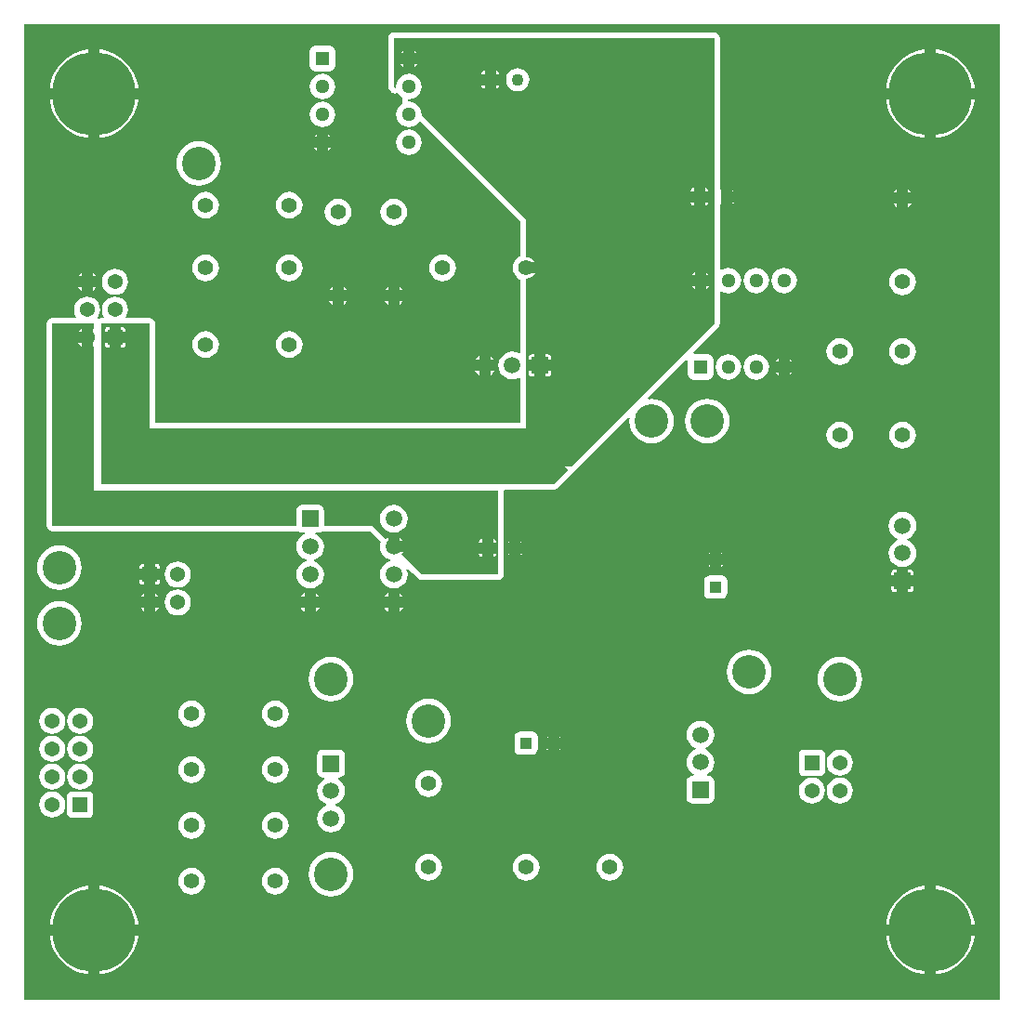
<source format=gbr>
G04 Layer_Physical_Order=2*
G04 Layer_Color=16711680*
%FSLAX23Y23*%
%MOIN*%
%TF.FileFunction,Copper,L2,Bot,Signal*%
%TF.Part,Single*%
G01*
G75*
%TA.AperFunction,ViaPad*%
%ADD13C,0.300*%
%ADD14C,0.120*%
%TA.AperFunction,ComponentPad*%
%ADD15R,0.043X0.043*%
%ADD16C,0.043*%
%ADD17R,0.043X0.043*%
%ADD18C,0.055*%
%ADD19C,0.059*%
%ADD20R,0.059X0.059*%
%ADD21C,0.054*%
%ADD22R,0.054X0.054*%
%ADD23R,0.059X0.059*%
%ADD24C,0.051*%
%ADD25R,0.051X0.051*%
%ADD26C,0.059*%
%ADD27R,0.059X0.059*%
%ADD28R,0.051X0.051*%
G36*
X4500Y1000D02*
X1000D01*
Y4500D01*
X4500D01*
Y1000D01*
D02*
G37*
%LPC*%
G36*
X2305Y2459D02*
X2297Y2453D01*
X2291Y2445D01*
X2305D01*
Y2459D01*
D02*
G37*
G36*
X2345D02*
Y2445D01*
X2359D01*
X2353Y2453D01*
X2345Y2459D01*
D02*
G37*
G36*
X2045D02*
Y2445D01*
X2059D01*
X2053Y2453D01*
X2045Y2459D01*
D02*
G37*
G36*
X1430Y2456D02*
X1424Y2451D01*
X1419Y2445D01*
X1430D01*
Y2456D01*
D02*
G37*
G36*
X2005Y2459D02*
X1997Y2453D01*
X1991Y2445D01*
X2005D01*
Y2459D01*
D02*
G37*
G36*
X1125Y2630D02*
X1109Y2629D01*
X1094Y2624D01*
X1081Y2617D01*
X1068Y2607D01*
X1058Y2594D01*
X1051Y2581D01*
X1046Y2566D01*
X1045Y2550D01*
X1046Y2534D01*
X1051Y2519D01*
X1058Y2506D01*
X1068Y2493D01*
X1081Y2483D01*
X1094Y2476D01*
X1109Y2471D01*
X1125Y2470D01*
X1141Y2471D01*
X1156Y2476D01*
X1169Y2483D01*
X1182Y2493D01*
X1192Y2506D01*
X1199Y2519D01*
X1204Y2534D01*
X1205Y2550D01*
X1204Y2566D01*
X1199Y2581D01*
X1192Y2594D01*
X1182Y2607D01*
X1169Y2617D01*
X1156Y2624D01*
X1141Y2629D01*
X1125Y2630D01*
D02*
G37*
G36*
X1550Y2572D02*
X1538Y2570D01*
X1526Y2566D01*
X1517Y2558D01*
X1509Y2549D01*
X1505Y2537D01*
X1503Y2525D01*
X1505Y2513D01*
X1509Y2501D01*
X1517Y2492D01*
X1526Y2484D01*
X1538Y2480D01*
X1550Y2478D01*
X1562Y2480D01*
X1574Y2484D01*
X1583Y2492D01*
X1591Y2501D01*
X1595Y2513D01*
X1597Y2525D01*
X1595Y2537D01*
X1591Y2549D01*
X1583Y2558D01*
X1574Y2566D01*
X1562Y2570D01*
X1550Y2572D01*
D02*
G37*
G36*
X4190Y2483D02*
X4170D01*
Y2463D01*
X4180D01*
X4184Y2464D01*
X4187Y2466D01*
X4189Y2470D01*
X4190Y2473D01*
Y2483D01*
D02*
G37*
G36*
X1470Y2456D02*
Y2445D01*
X1481D01*
X1476Y2451D01*
X1470Y2456D01*
D02*
G37*
G36*
X4130Y2483D02*
X4110D01*
Y2473D01*
X4111Y2470D01*
X4113Y2466D01*
X4116Y2464D01*
X4120Y2463D01*
X4130D01*
Y2483D01*
D02*
G37*
G36*
X3502Y2522D02*
X3458D01*
X3451Y2520D01*
X3444Y2516D01*
X3440Y2509D01*
X3438Y2502D01*
Y2458D01*
X3440Y2451D01*
X3444Y2444D01*
X3451Y2440D01*
X3458Y2438D01*
X3502D01*
X3509Y2440D01*
X3516Y2444D01*
X3520Y2451D01*
X3522Y2458D01*
Y2502D01*
X3520Y2509D01*
X3516Y2516D01*
X3509Y2520D01*
X3502Y2522D01*
D02*
G37*
G36*
X1550Y2472D02*
X1538Y2470D01*
X1526Y2466D01*
X1517Y2458D01*
X1509Y2449D01*
X1505Y2437D01*
X1503Y2425D01*
X1505Y2413D01*
X1509Y2401D01*
X1517Y2392D01*
X1526Y2384D01*
X1538Y2380D01*
X1550Y2378D01*
X1562Y2380D01*
X1574Y2384D01*
X1583Y2392D01*
X1591Y2401D01*
X1595Y2413D01*
X1597Y2425D01*
X1595Y2437D01*
X1591Y2449D01*
X1583Y2458D01*
X1574Y2466D01*
X1562Y2470D01*
X1550Y2472D01*
D02*
G37*
G36*
X2005Y2405D02*
X1991D01*
X1997Y2397D01*
X2005Y2391D01*
Y2405D01*
D02*
G37*
G36*
X1125Y2430D02*
X1109Y2429D01*
X1094Y2424D01*
X1081Y2417D01*
X1068Y2407D01*
X1058Y2394D01*
X1051Y2381D01*
X1046Y2366D01*
X1045Y2350D01*
X1046Y2334D01*
X1051Y2319D01*
X1058Y2306D01*
X1068Y2293D01*
X1081Y2283D01*
X1094Y2276D01*
X1109Y2271D01*
X1125Y2270D01*
X1141Y2271D01*
X1156Y2276D01*
X1169Y2283D01*
X1182Y2293D01*
X1192Y2306D01*
X1199Y2319D01*
X1204Y2334D01*
X1205Y2350D01*
X1204Y2366D01*
X1199Y2381D01*
X1192Y2394D01*
X1182Y2407D01*
X1169Y2417D01*
X1156Y2424D01*
X1141Y2429D01*
X1125Y2430D01*
D02*
G37*
G36*
X3925Y2230D02*
X3909Y2229D01*
X3894Y2224D01*
X3881Y2217D01*
X3868Y2207D01*
X3858Y2194D01*
X3851Y2181D01*
X3846Y2166D01*
X3845Y2150D01*
X3846Y2134D01*
X3851Y2119D01*
X3858Y2106D01*
X3868Y2093D01*
X3881Y2083D01*
X3894Y2076D01*
X3909Y2071D01*
X3925Y2070D01*
X3941Y2071D01*
X3956Y2076D01*
X3969Y2083D01*
X3982Y2093D01*
X3992Y2106D01*
X3999Y2119D01*
X4004Y2134D01*
X4005Y2150D01*
X4004Y2166D01*
X3999Y2181D01*
X3992Y2194D01*
X3982Y2207D01*
X3969Y2217D01*
X3956Y2224D01*
X3941Y2229D01*
X3925Y2230D01*
D02*
G37*
G36*
X3600Y2255D02*
X3584Y2254D01*
X3569Y2249D01*
X3556Y2242D01*
X3543Y2232D01*
X3533Y2219D01*
X3526Y2206D01*
X3521Y2191D01*
X3520Y2175D01*
X3521Y2159D01*
X3526Y2144D01*
X3533Y2131D01*
X3543Y2118D01*
X3556Y2108D01*
X3569Y2101D01*
X3584Y2096D01*
X3600Y2095D01*
X3616Y2096D01*
X3631Y2101D01*
X3644Y2108D01*
X3657Y2118D01*
X3667Y2131D01*
X3674Y2144D01*
X3679Y2159D01*
X3680Y2175D01*
X3679Y2191D01*
X3674Y2206D01*
X3667Y2219D01*
X3657Y2232D01*
X3644Y2242D01*
X3631Y2249D01*
X3616Y2254D01*
X3600Y2255D01*
D02*
G37*
G36*
X1430Y2405D02*
X1419D01*
X1424Y2399D01*
X1430Y2394D01*
Y2405D01*
D02*
G37*
G36*
X1481D02*
X1470D01*
Y2394D01*
X1476Y2399D01*
X1481Y2405D01*
D02*
G37*
G36*
X2359D02*
X2345D01*
Y2391D01*
X2353Y2397D01*
X2359Y2405D01*
D02*
G37*
G36*
X2059D02*
X2045D01*
Y2391D01*
X2053Y2397D01*
X2059Y2405D01*
D02*
G37*
G36*
X2305D02*
X2291D01*
X2297Y2397D01*
X2305Y2391D01*
Y2405D01*
D02*
G37*
G36*
X2780Y2645D02*
Y2640D01*
X2785D01*
X2783Y2643D01*
X2780Y2645D01*
D02*
G37*
G36*
X3925Y3073D02*
X3913Y3071D01*
X3901Y3066D01*
X3891Y3059D01*
X3884Y3049D01*
X3879Y3037D01*
X3877Y3025D01*
X3879Y3013D01*
X3884Y3001D01*
X3891Y2991D01*
X3901Y2984D01*
X3913Y2979D01*
X3925Y2977D01*
X3937Y2979D01*
X3949Y2984D01*
X3959Y2991D01*
X3966Y3001D01*
X3971Y3013D01*
X3973Y3025D01*
X3971Y3037D01*
X3966Y3049D01*
X3959Y3059D01*
X3949Y3066D01*
X3937Y3071D01*
X3925Y3073D01*
D02*
G37*
G36*
X2740Y2645D02*
X2737Y2643D01*
X2735Y2640D01*
X2740D01*
Y2645D01*
D02*
G37*
G36*
X3460Y2603D02*
X3457Y2601D01*
X3455Y2598D01*
X3460D01*
Y2603D01*
D02*
G37*
G36*
X3500D02*
Y2598D01*
X3505D01*
X3503Y2601D01*
X3500Y2603D01*
D02*
G37*
G36*
X3625Y3316D02*
X3613Y3314D01*
X3602Y3310D01*
X3593Y3302D01*
X3585Y3293D01*
X3581Y3282D01*
X3579Y3270D01*
X3581Y3258D01*
X3585Y3247D01*
X3593Y3238D01*
X3602Y3230D01*
X3613Y3226D01*
X3625Y3224D01*
X3637Y3226D01*
X3648Y3230D01*
X3657Y3238D01*
X3665Y3247D01*
X3669Y3258D01*
X3671Y3270D01*
X3669Y3282D01*
X3665Y3293D01*
X3657Y3302D01*
X3648Y3310D01*
X3637Y3314D01*
X3625Y3316D01*
D02*
G37*
G36*
X2632Y3255D02*
X2617D01*
X2617Y3255D01*
X2623Y3247D01*
X2632Y3240D01*
X2632Y3240D01*
Y3255D01*
D02*
G37*
G36*
X3525Y3316D02*
X3513Y3314D01*
X3502Y3310D01*
X3493Y3302D01*
X3485Y3293D01*
X3481Y3282D01*
X3479Y3270D01*
X3481Y3258D01*
X3485Y3247D01*
X3493Y3238D01*
X3502Y3230D01*
X3513Y3226D01*
X3525Y3224D01*
X3537Y3226D01*
X3548Y3230D01*
X3557Y3238D01*
X3565Y3247D01*
X3569Y3258D01*
X3571Y3270D01*
X3569Y3282D01*
X3565Y3293D01*
X3557Y3302D01*
X3548Y3310D01*
X3537Y3314D01*
X3525Y3316D01*
D02*
G37*
G36*
X4150Y3073D02*
X4138Y3071D01*
X4126Y3066D01*
X4116Y3059D01*
X4109Y3049D01*
X4104Y3037D01*
X4102Y3025D01*
X4104Y3013D01*
X4109Y3001D01*
X4116Y2991D01*
X4126Y2984D01*
X4138Y2979D01*
X4150Y2977D01*
X4162Y2979D01*
X4174Y2984D01*
X4184Y2991D01*
X4191Y3001D01*
X4196Y3013D01*
X4198Y3025D01*
X4196Y3037D01*
X4191Y3049D01*
X4184Y3059D01*
X4174Y3066D01*
X4162Y3071D01*
X4150Y3073D01*
D02*
G37*
G36*
X3450Y3155D02*
X3434Y3154D01*
X3419Y3149D01*
X3406Y3142D01*
X3393Y3132D01*
X3383Y3119D01*
X3376Y3106D01*
X3371Y3091D01*
X3370Y3075D01*
X3371Y3059D01*
X3376Y3044D01*
X3383Y3031D01*
X3393Y3018D01*
X3406Y3008D01*
X3419Y3001D01*
X3434Y2996D01*
X3450Y2995D01*
X3466Y2996D01*
X3481Y3001D01*
X3494Y3008D01*
X3507Y3018D01*
X3517Y3031D01*
X3524Y3044D01*
X3529Y3059D01*
X3530Y3075D01*
X3529Y3091D01*
X3524Y3106D01*
X3517Y3119D01*
X3507Y3132D01*
X3494Y3142D01*
X3481Y3149D01*
X3466Y3154D01*
X3450Y3155D01*
D02*
G37*
G36*
X2785Y2600D02*
X2780D01*
Y2595D01*
X2783Y2597D01*
X2785Y2600D01*
D02*
G37*
G36*
X4180Y2543D02*
X4170D01*
Y2523D01*
X4190D01*
Y2533D01*
X4189Y2537D01*
X4187Y2540D01*
X4184Y2542D01*
X4180Y2543D01*
D02*
G37*
G36*
X1430Y2562D02*
X1423D01*
X1419Y2561D01*
X1416Y2559D01*
X1414Y2556D01*
X1413Y2552D01*
Y2545D01*
X1430D01*
Y2562D01*
D02*
G37*
G36*
X4130Y2543D02*
X4120D01*
X4116Y2542D01*
X4113Y2540D01*
X4111Y2537D01*
X4110Y2533D01*
Y2523D01*
X4130D01*
Y2543D01*
D02*
G37*
G36*
X1430Y2505D02*
X1413D01*
Y2498D01*
X1414Y2494D01*
X1416Y2491D01*
X1419Y2489D01*
X1423Y2488D01*
X1430D01*
Y2505D01*
D02*
G37*
G36*
X1487D02*
X1470D01*
Y2488D01*
X1477D01*
X1481Y2489D01*
X1484Y2491D01*
X1486Y2494D01*
X1487Y2498D01*
Y2505D01*
D02*
G37*
G36*
X3505Y2558D02*
X3500D01*
Y2554D01*
X3503Y2556D01*
X3505Y2558D01*
D02*
G37*
G36*
X2740Y2600D02*
X2735D01*
X2737Y2597D01*
X2740Y2595D01*
Y2600D01*
D02*
G37*
G36*
X3460Y2558D02*
X3455D01*
X3457Y2556D01*
X3460Y2554D01*
Y2558D01*
D02*
G37*
G36*
X1477Y2562D02*
X1470D01*
Y2545D01*
X1487D01*
Y2552D01*
X1486Y2556D01*
X1484Y2559D01*
X1481Y2561D01*
X1477Y2562D01*
D02*
G37*
G36*
X4150Y2750D02*
X4137Y2748D01*
X4125Y2743D01*
X4115Y2735D01*
X4107Y2725D01*
X4102Y2713D01*
X4100Y2700D01*
X4102Y2687D01*
X4107Y2675D01*
X4115Y2665D01*
X4125Y2657D01*
X4133Y2653D01*
Y2648D01*
X4125Y2645D01*
X4115Y2637D01*
X4107Y2626D01*
X4102Y2614D01*
X4100Y2602D01*
X4102Y2589D01*
X4107Y2577D01*
X4115Y2566D01*
X4125Y2558D01*
X4137Y2553D01*
X4150Y2552D01*
X4163Y2553D01*
X4175Y2558D01*
X4185Y2566D01*
X4193Y2577D01*
X4198Y2589D01*
X4200Y2602D01*
X4198Y2614D01*
X4193Y2626D01*
X4185Y2637D01*
X4175Y2645D01*
X4167Y2648D01*
Y2653D01*
X4175Y2657D01*
X4185Y2665D01*
X4193Y2675D01*
X4198Y2687D01*
X4200Y2700D01*
X4198Y2713D01*
X4193Y2725D01*
X4185Y2735D01*
X4175Y2743D01*
X4163Y2748D01*
X4150Y2750D01*
D02*
G37*
G36*
X1600Y1673D02*
X1588Y1671D01*
X1576Y1666D01*
X1566Y1659D01*
X1559Y1649D01*
X1554Y1637D01*
X1552Y1625D01*
X1554Y1613D01*
X1559Y1601D01*
X1566Y1591D01*
X1576Y1584D01*
X1588Y1579D01*
X1600Y1577D01*
X1612Y1579D01*
X1624Y1584D01*
X1634Y1591D01*
X1641Y1601D01*
X1646Y1613D01*
X1648Y1625D01*
X1646Y1637D01*
X1641Y1649D01*
X1634Y1659D01*
X1624Y1666D01*
X1612Y1671D01*
X1600Y1673D01*
D02*
G37*
G36*
X1900D02*
X1888Y1671D01*
X1876Y1666D01*
X1866Y1659D01*
X1859Y1649D01*
X1854Y1637D01*
X1852Y1625D01*
X1854Y1613D01*
X1859Y1601D01*
X1866Y1591D01*
X1876Y1584D01*
X1888Y1579D01*
X1900Y1577D01*
X1912Y1579D01*
X1924Y1584D01*
X1934Y1591D01*
X1941Y1601D01*
X1946Y1613D01*
X1948Y1625D01*
X1946Y1637D01*
X1941Y1649D01*
X1934Y1659D01*
X1924Y1666D01*
X1912Y1671D01*
X1900Y1673D01*
D02*
G37*
G36*
X3100Y1523D02*
X3088Y1521D01*
X3076Y1516D01*
X3066Y1509D01*
X3059Y1499D01*
X3054Y1487D01*
X3052Y1475D01*
X3054Y1463D01*
X3059Y1451D01*
X3066Y1441D01*
X3076Y1434D01*
X3088Y1429D01*
X3100Y1427D01*
X3112Y1429D01*
X3124Y1434D01*
X3134Y1441D01*
X3141Y1451D01*
X3146Y1463D01*
X3148Y1475D01*
X3146Y1487D01*
X3141Y1499D01*
X3134Y1509D01*
X3124Y1516D01*
X3112Y1521D01*
X3100Y1523D01*
D02*
G37*
G36*
X2450D02*
X2438Y1521D01*
X2426Y1516D01*
X2416Y1509D01*
X2409Y1499D01*
X2404Y1487D01*
X2402Y1475D01*
X2404Y1463D01*
X2409Y1451D01*
X2416Y1441D01*
X2426Y1434D01*
X2438Y1429D01*
X2450Y1427D01*
X2462Y1429D01*
X2474Y1434D01*
X2484Y1441D01*
X2491Y1451D01*
X2496Y1463D01*
X2498Y1475D01*
X2496Y1487D01*
X2491Y1499D01*
X2484Y1509D01*
X2474Y1516D01*
X2462Y1521D01*
X2450Y1523D01*
D02*
G37*
G36*
X2800D02*
X2788Y1521D01*
X2776Y1516D01*
X2766Y1509D01*
X2759Y1499D01*
X2754Y1487D01*
X2752Y1475D01*
X2754Y1463D01*
X2759Y1451D01*
X2766Y1441D01*
X2776Y1434D01*
X2788Y1429D01*
X2800Y1427D01*
X2812Y1429D01*
X2824Y1434D01*
X2834Y1441D01*
X2841Y1451D01*
X2846Y1463D01*
X2848Y1475D01*
X2846Y1487D01*
X2841Y1499D01*
X2834Y1509D01*
X2824Y1516D01*
X2812Y1521D01*
X2800Y1523D01*
D02*
G37*
G36*
X3825Y1797D02*
X3813Y1795D01*
X3801Y1791D01*
X3792Y1783D01*
X3784Y1774D01*
X3780Y1762D01*
X3778Y1750D01*
X3780Y1738D01*
X3784Y1726D01*
X3792Y1717D01*
X3801Y1709D01*
X3813Y1705D01*
X3825Y1703D01*
X3837Y1705D01*
X3849Y1709D01*
X3858Y1717D01*
X3866Y1726D01*
X3870Y1738D01*
X3872Y1750D01*
X3870Y1762D01*
X3866Y1774D01*
X3858Y1783D01*
X3849Y1791D01*
X3837Y1795D01*
X3825Y1797D01*
D02*
G37*
G36*
X3925D02*
X3913Y1795D01*
X3901Y1791D01*
X3892Y1783D01*
X3884Y1774D01*
X3880Y1762D01*
X3878Y1750D01*
X3880Y1738D01*
X3884Y1726D01*
X3892Y1717D01*
X3901Y1709D01*
X3913Y1705D01*
X3925Y1703D01*
X3937Y1705D01*
X3949Y1709D01*
X3958Y1717D01*
X3966Y1726D01*
X3970Y1738D01*
X3972Y1750D01*
X3970Y1762D01*
X3966Y1774D01*
X3958Y1783D01*
X3949Y1791D01*
X3937Y1795D01*
X3925Y1797D01*
D02*
G37*
G36*
X1227Y1747D02*
X1173D01*
X1165Y1746D01*
X1159Y1741D01*
X1154Y1735D01*
X1153Y1727D01*
Y1673D01*
X1154Y1665D01*
X1159Y1659D01*
X1165Y1654D01*
X1173Y1653D01*
X1227D01*
X1235Y1654D01*
X1241Y1659D01*
X1246Y1665D01*
X1247Y1673D01*
Y1727D01*
X1246Y1735D01*
X1241Y1741D01*
X1235Y1746D01*
X1227Y1747D01*
D02*
G37*
G36*
X2130Y1897D02*
X2070D01*
X2063Y1895D01*
X2056Y1891D01*
X2052Y1884D01*
X2050Y1877D01*
Y1817D01*
X2052Y1809D01*
X2056Y1803D01*
X2063Y1799D01*
X2070Y1797D01*
X2075D01*
X2076Y1792D01*
X2075Y1792D01*
X2065Y1784D01*
X2057Y1773D01*
X2052Y1761D01*
X2050Y1748D01*
X2052Y1736D01*
X2057Y1724D01*
X2065Y1713D01*
X2075Y1705D01*
X2083Y1702D01*
Y1697D01*
X2075Y1693D01*
X2065Y1685D01*
X2057Y1675D01*
X2052Y1663D01*
X2050Y1650D01*
X2052Y1637D01*
X2057Y1625D01*
X2065Y1615D01*
X2075Y1607D01*
X2087Y1602D01*
X2100Y1600D01*
X2113Y1602D01*
X2125Y1607D01*
X2135Y1615D01*
X2143Y1625D01*
X2148Y1637D01*
X2150Y1650D01*
X2148Y1663D01*
X2143Y1675D01*
X2135Y1685D01*
X2125Y1693D01*
X2117Y1697D01*
Y1702D01*
X2125Y1705D01*
X2135Y1713D01*
X2143Y1724D01*
X2148Y1736D01*
X2150Y1748D01*
X2148Y1761D01*
X2143Y1773D01*
X2135Y1784D01*
X2125Y1792D01*
X2124Y1792D01*
X2125Y1797D01*
X2130D01*
X2137Y1799D01*
X2144Y1803D01*
X2148Y1809D01*
X2150Y1817D01*
Y1877D01*
X2148Y1884D01*
X2144Y1891D01*
X2137Y1895D01*
X2130Y1897D01*
D02*
G37*
G36*
X1100Y1747D02*
X1088Y1745D01*
X1076Y1741D01*
X1067Y1733D01*
X1059Y1724D01*
X1055Y1712D01*
X1053Y1700D01*
X1055Y1688D01*
X1059Y1676D01*
X1067Y1667D01*
X1076Y1659D01*
X1088Y1655D01*
X1100Y1653D01*
X1112Y1655D01*
X1124Y1659D01*
X1133Y1667D01*
X1141Y1676D01*
X1145Y1688D01*
X1147Y1700D01*
X1145Y1712D01*
X1141Y1724D01*
X1133Y1733D01*
X1124Y1741D01*
X1112Y1745D01*
X1100Y1747D01*
D02*
G37*
G36*
X1900Y1473D02*
X1888Y1471D01*
X1876Y1466D01*
X1866Y1459D01*
X1859Y1449D01*
X1854Y1437D01*
X1852Y1425D01*
X1854Y1413D01*
X1859Y1401D01*
X1866Y1391D01*
X1876Y1384D01*
X1888Y1379D01*
X1900Y1377D01*
X1912Y1379D01*
X1924Y1384D01*
X1934Y1391D01*
X1941Y1401D01*
X1946Y1413D01*
X1948Y1425D01*
X1946Y1437D01*
X1941Y1449D01*
X1934Y1459D01*
X1924Y1466D01*
X1912Y1471D01*
X1900Y1473D01*
D02*
G37*
G36*
X4409Y1230D02*
X4270D01*
Y1091D01*
X4275Y1091D01*
X4300Y1097D01*
X4323Y1107D01*
X4344Y1120D01*
X4363Y1137D01*
X4380Y1156D01*
X4393Y1177D01*
X4403Y1200D01*
X4409Y1225D01*
X4409Y1230D01*
D02*
G37*
G36*
X1230Y1409D02*
X1225Y1409D01*
X1200Y1403D01*
X1177Y1393D01*
X1156Y1380D01*
X1137Y1363D01*
X1120Y1344D01*
X1107Y1323D01*
X1097Y1300D01*
X1091Y1275D01*
X1091Y1270D01*
X1230D01*
Y1409D01*
D02*
G37*
G36*
X4230Y1230D02*
X4091D01*
X4091Y1225D01*
X4097Y1200D01*
X4107Y1177D01*
X4120Y1156D01*
X4137Y1137D01*
X4156Y1120D01*
X4177Y1107D01*
X4200Y1097D01*
X4225Y1091D01*
X4230Y1091D01*
Y1230D01*
D02*
G37*
G36*
X1230D02*
X1091D01*
X1091Y1225D01*
X1097Y1200D01*
X1107Y1177D01*
X1120Y1156D01*
X1137Y1137D01*
X1156Y1120D01*
X1177Y1107D01*
X1200Y1097D01*
X1225Y1091D01*
X1230Y1091D01*
Y1230D01*
D02*
G37*
G36*
X1409D02*
X1270D01*
Y1091D01*
X1275Y1091D01*
X1300Y1097D01*
X1323Y1107D01*
X1344Y1120D01*
X1363Y1137D01*
X1380Y1156D01*
X1393Y1177D01*
X1403Y1200D01*
X1409Y1225D01*
X1409Y1230D01*
D02*
G37*
G36*
X2100Y1530D02*
X2084Y1529D01*
X2069Y1524D01*
X2056Y1517D01*
X2043Y1507D01*
X2033Y1494D01*
X2026Y1481D01*
X2021Y1466D01*
X2020Y1450D01*
X2021Y1434D01*
X2026Y1419D01*
X2033Y1406D01*
X2043Y1393D01*
X2056Y1383D01*
X2069Y1376D01*
X2084Y1371D01*
X2100Y1370D01*
X2116Y1371D01*
X2131Y1376D01*
X2144Y1383D01*
X2157Y1393D01*
X2167Y1406D01*
X2174Y1419D01*
X2179Y1434D01*
X2180Y1450D01*
X2179Y1466D01*
X2174Y1481D01*
X2167Y1494D01*
X2157Y1507D01*
X2144Y1517D01*
X2131Y1524D01*
X2116Y1529D01*
X2100Y1530D01*
D02*
G37*
G36*
X1600Y1473D02*
X1588Y1471D01*
X1576Y1466D01*
X1566Y1459D01*
X1559Y1449D01*
X1554Y1437D01*
X1552Y1425D01*
X1554Y1413D01*
X1559Y1401D01*
X1566Y1391D01*
X1576Y1384D01*
X1588Y1379D01*
X1600Y1377D01*
X1612Y1379D01*
X1624Y1384D01*
X1634Y1391D01*
X1641Y1401D01*
X1646Y1413D01*
X1648Y1425D01*
X1646Y1437D01*
X1641Y1449D01*
X1634Y1459D01*
X1624Y1466D01*
X1612Y1471D01*
X1600Y1473D01*
D02*
G37*
G36*
X4270Y1409D02*
Y1270D01*
X4409D01*
X4409Y1275D01*
X4403Y1300D01*
X4393Y1323D01*
X4380Y1344D01*
X4363Y1363D01*
X4344Y1380D01*
X4323Y1393D01*
X4300Y1403D01*
X4275Y1409D01*
X4270Y1409D01*
D02*
G37*
G36*
X1270D02*
Y1270D01*
X1409D01*
X1409Y1275D01*
X1403Y1300D01*
X1393Y1323D01*
X1380Y1344D01*
X1363Y1363D01*
X1344Y1380D01*
X1323Y1393D01*
X1300Y1403D01*
X1275Y1409D01*
X1270Y1409D01*
D02*
G37*
G36*
X4230D02*
X4225Y1409D01*
X4200Y1403D01*
X4177Y1393D01*
X4156Y1380D01*
X4137Y1363D01*
X4120Y1344D01*
X4107Y1323D01*
X4097Y1300D01*
X4091Y1275D01*
X4091Y1270D01*
X4230D01*
Y1409D01*
D02*
G37*
G36*
X2878Y1945D02*
X2876Y1943D01*
X2874Y1940D01*
X2878D01*
Y1945D01*
D02*
G37*
G36*
X2918D02*
Y1940D01*
X2923D01*
X2921Y1943D01*
X2918Y1945D01*
D02*
G37*
G36*
X2450Y2080D02*
X2434Y2079D01*
X2419Y2074D01*
X2406Y2067D01*
X2393Y2057D01*
X2383Y2044D01*
X2376Y2031D01*
X2371Y2016D01*
X2370Y2000D01*
X2371Y1984D01*
X2376Y1969D01*
X2383Y1956D01*
X2393Y1943D01*
X2406Y1933D01*
X2419Y1926D01*
X2434Y1921D01*
X2450Y1920D01*
X2466Y1921D01*
X2481Y1926D01*
X2494Y1933D01*
X2507Y1943D01*
X2517Y1956D01*
X2524Y1969D01*
X2529Y1984D01*
X2530Y2000D01*
X2529Y2016D01*
X2524Y2031D01*
X2517Y2044D01*
X2507Y2057D01*
X2494Y2067D01*
X2481Y2074D01*
X2466Y2079D01*
X2450Y2080D01*
D02*
G37*
G36*
X2878Y1900D02*
X2874D01*
X2876Y1897D01*
X2878Y1895D01*
Y1900D01*
D02*
G37*
G36*
X2923D02*
X2918D01*
Y1895D01*
X2921Y1897D01*
X2923Y1900D01*
D02*
G37*
G36*
X1900Y2073D02*
X1888Y2071D01*
X1876Y2066D01*
X1866Y2059D01*
X1859Y2049D01*
X1854Y2037D01*
X1852Y2025D01*
X1854Y2013D01*
X1859Y2001D01*
X1866Y1991D01*
X1876Y1984D01*
X1888Y1979D01*
X1900Y1977D01*
X1912Y1979D01*
X1924Y1984D01*
X1934Y1991D01*
X1941Y2001D01*
X1946Y2013D01*
X1948Y2025D01*
X1946Y2037D01*
X1941Y2049D01*
X1934Y2059D01*
X1924Y2066D01*
X1912Y2071D01*
X1900Y2073D01*
D02*
G37*
G36*
X2100Y2230D02*
X2084Y2229D01*
X2069Y2224D01*
X2056Y2217D01*
X2043Y2207D01*
X2033Y2194D01*
X2026Y2181D01*
X2021Y2166D01*
X2020Y2150D01*
X2021Y2134D01*
X2026Y2119D01*
X2033Y2106D01*
X2043Y2093D01*
X2056Y2083D01*
X2069Y2076D01*
X2084Y2071D01*
X2100Y2070D01*
X2116Y2071D01*
X2131Y2076D01*
X2144Y2083D01*
X2157Y2093D01*
X2167Y2106D01*
X2174Y2119D01*
X2179Y2134D01*
X2180Y2150D01*
X2179Y2166D01*
X2174Y2181D01*
X2167Y2194D01*
X2157Y2207D01*
X2144Y2217D01*
X2131Y2224D01*
X2116Y2229D01*
X2100Y2230D01*
D02*
G37*
G36*
X1600Y2073D02*
X1588Y2071D01*
X1576Y2066D01*
X1566Y2059D01*
X1559Y2049D01*
X1554Y2037D01*
X1552Y2025D01*
X1554Y2013D01*
X1559Y2001D01*
X1566Y1991D01*
X1576Y1984D01*
X1588Y1979D01*
X1600Y1977D01*
X1612Y1979D01*
X1624Y1984D01*
X1634Y1991D01*
X1641Y2001D01*
X1646Y2013D01*
X1648Y2025D01*
X1646Y2037D01*
X1641Y2049D01*
X1634Y2059D01*
X1624Y2066D01*
X1612Y2071D01*
X1600Y2073D01*
D02*
G37*
G36*
X1100Y2047D02*
X1088Y2045D01*
X1076Y2041D01*
X1067Y2033D01*
X1059Y2024D01*
X1055Y2012D01*
X1053Y2000D01*
X1055Y1988D01*
X1059Y1976D01*
X1067Y1967D01*
X1076Y1959D01*
X1088Y1955D01*
X1100Y1953D01*
X1112Y1955D01*
X1124Y1959D01*
X1133Y1967D01*
X1141Y1976D01*
X1145Y1988D01*
X1147Y2000D01*
X1145Y2012D01*
X1141Y2024D01*
X1133Y2033D01*
X1124Y2041D01*
X1112Y2045D01*
X1100Y2047D01*
D02*
G37*
G36*
X1200D02*
X1188Y2045D01*
X1176Y2041D01*
X1167Y2033D01*
X1159Y2024D01*
X1155Y2012D01*
X1153Y2000D01*
X1155Y1988D01*
X1159Y1976D01*
X1167Y1967D01*
X1176Y1959D01*
X1188Y1955D01*
X1200Y1953D01*
X1212Y1955D01*
X1224Y1959D01*
X1233Y1967D01*
X1241Y1976D01*
X1245Y1988D01*
X1247Y2000D01*
X1245Y2012D01*
X1241Y2024D01*
X1233Y2033D01*
X1224Y2041D01*
X1212Y2045D01*
X1200Y2047D01*
D02*
G37*
G36*
X2822Y1962D02*
X2778D01*
X2771Y1960D01*
X2764Y1956D01*
X2760Y1949D01*
X2758Y1942D01*
Y1898D01*
X2760Y1891D01*
X2764Y1884D01*
X2771Y1880D01*
X2778Y1878D01*
X2822D01*
X2829Y1880D01*
X2836Y1884D01*
X2840Y1891D01*
X2842Y1898D01*
Y1942D01*
X2840Y1949D01*
X2836Y1956D01*
X2829Y1960D01*
X2822Y1962D01*
D02*
G37*
G36*
X1200Y1847D02*
X1188Y1845D01*
X1176Y1841D01*
X1167Y1833D01*
X1159Y1824D01*
X1155Y1812D01*
X1153Y1800D01*
X1155Y1788D01*
X1159Y1776D01*
X1167Y1767D01*
X1176Y1759D01*
X1188Y1755D01*
X1200Y1753D01*
X1212Y1755D01*
X1224Y1759D01*
X1233Y1767D01*
X1241Y1776D01*
X1245Y1788D01*
X1247Y1800D01*
X1245Y1812D01*
X1241Y1824D01*
X1233Y1833D01*
X1224Y1841D01*
X1212Y1845D01*
X1200Y1847D01*
D02*
G37*
G36*
X1600Y1873D02*
X1588Y1871D01*
X1576Y1866D01*
X1566Y1859D01*
X1559Y1849D01*
X1554Y1837D01*
X1552Y1825D01*
X1554Y1813D01*
X1559Y1801D01*
X1566Y1791D01*
X1576Y1784D01*
X1588Y1779D01*
X1600Y1777D01*
X1612Y1779D01*
X1624Y1784D01*
X1634Y1791D01*
X1641Y1801D01*
X1646Y1813D01*
X1648Y1825D01*
X1646Y1837D01*
X1641Y1849D01*
X1634Y1859D01*
X1624Y1866D01*
X1612Y1871D01*
X1600Y1873D01*
D02*
G37*
G36*
X1100Y1847D02*
X1088Y1845D01*
X1076Y1841D01*
X1067Y1833D01*
X1059Y1824D01*
X1055Y1812D01*
X1053Y1800D01*
X1055Y1788D01*
X1059Y1776D01*
X1067Y1767D01*
X1076Y1759D01*
X1088Y1755D01*
X1100Y1753D01*
X1112Y1755D01*
X1124Y1759D01*
X1133Y1767D01*
X1141Y1776D01*
X1145Y1788D01*
X1147Y1800D01*
X1145Y1812D01*
X1141Y1824D01*
X1133Y1833D01*
X1124Y1841D01*
X1112Y1845D01*
X1100Y1847D01*
D02*
G37*
G36*
X3425Y2000D02*
X3412Y1998D01*
X3400Y1993D01*
X3390Y1985D01*
X3382Y1975D01*
X3377Y1963D01*
X3375Y1950D01*
X3377Y1937D01*
X3382Y1925D01*
X3390Y1915D01*
X3400Y1907D01*
X3408Y1903D01*
Y1898D01*
X3400Y1895D01*
X3390Y1887D01*
X3382Y1876D01*
X3377Y1864D01*
X3375Y1852D01*
X3377Y1839D01*
X3382Y1827D01*
X3390Y1816D01*
X3400Y1808D01*
X3401Y1808D01*
X3400Y1803D01*
X3395D01*
X3388Y1801D01*
X3381Y1797D01*
X3377Y1791D01*
X3375Y1783D01*
Y1723D01*
X3377Y1716D01*
X3381Y1709D01*
X3388Y1705D01*
X3395Y1703D01*
X3455D01*
X3462Y1705D01*
X3469Y1709D01*
X3473Y1716D01*
X3475Y1723D01*
Y1783D01*
X3473Y1791D01*
X3469Y1797D01*
X3462Y1801D01*
X3455Y1803D01*
X3450D01*
X3449Y1808D01*
X3450Y1808D01*
X3460Y1816D01*
X3468Y1827D01*
X3473Y1839D01*
X3475Y1852D01*
X3473Y1864D01*
X3468Y1876D01*
X3460Y1887D01*
X3450Y1895D01*
X3442Y1898D01*
Y1903D01*
X3450Y1907D01*
X3460Y1915D01*
X3468Y1925D01*
X3473Y1937D01*
X3475Y1950D01*
X3473Y1963D01*
X3468Y1975D01*
X3460Y1985D01*
X3450Y1993D01*
X3438Y1998D01*
X3425Y2000D01*
D02*
G37*
G36*
X2450Y1823D02*
X2438Y1821D01*
X2426Y1816D01*
X2416Y1809D01*
X2409Y1799D01*
X2404Y1787D01*
X2402Y1775D01*
X2404Y1763D01*
X2409Y1751D01*
X2416Y1741D01*
X2426Y1734D01*
X2438Y1729D01*
X2450Y1727D01*
X2462Y1729D01*
X2474Y1734D01*
X2484Y1741D01*
X2491Y1751D01*
X2496Y1763D01*
X2498Y1775D01*
X2496Y1787D01*
X2491Y1799D01*
X2484Y1809D01*
X2474Y1816D01*
X2462Y1821D01*
X2450Y1823D01*
D02*
G37*
G36*
X1100Y1947D02*
X1088Y1945D01*
X1076Y1941D01*
X1067Y1933D01*
X1059Y1924D01*
X1055Y1912D01*
X1053Y1900D01*
X1055Y1888D01*
X1059Y1876D01*
X1067Y1867D01*
X1076Y1859D01*
X1088Y1855D01*
X1100Y1853D01*
X1112Y1855D01*
X1124Y1859D01*
X1133Y1867D01*
X1141Y1876D01*
X1145Y1888D01*
X1147Y1900D01*
X1145Y1912D01*
X1141Y1924D01*
X1133Y1933D01*
X1124Y1941D01*
X1112Y1945D01*
X1100Y1947D01*
D02*
G37*
G36*
X1200D02*
X1188Y1945D01*
X1176Y1941D01*
X1167Y1933D01*
X1159Y1924D01*
X1155Y1912D01*
X1153Y1900D01*
X1155Y1888D01*
X1159Y1876D01*
X1167Y1867D01*
X1176Y1859D01*
X1188Y1855D01*
X1200Y1853D01*
X1212Y1855D01*
X1224Y1859D01*
X1233Y1867D01*
X1241Y1876D01*
X1245Y1888D01*
X1247Y1900D01*
X1245Y1912D01*
X1241Y1924D01*
X1233Y1933D01*
X1224Y1941D01*
X1212Y1945D01*
X1200Y1947D01*
D02*
G37*
G36*
X3852Y1897D02*
X3798D01*
X3790Y1896D01*
X3784Y1891D01*
X3779Y1885D01*
X3778Y1877D01*
Y1823D01*
X3779Y1815D01*
X3784Y1809D01*
X3790Y1804D01*
X3798Y1803D01*
X3852D01*
X3860Y1804D01*
X3866Y1809D01*
X3871Y1815D01*
X3872Y1823D01*
Y1877D01*
X3871Y1885D01*
X3866Y1891D01*
X3860Y1896D01*
X3852Y1897D01*
D02*
G37*
G36*
X1900Y1873D02*
X1888Y1871D01*
X1876Y1866D01*
X1866Y1859D01*
X1859Y1849D01*
X1854Y1837D01*
X1852Y1825D01*
X1854Y1813D01*
X1859Y1801D01*
X1866Y1791D01*
X1876Y1784D01*
X1888Y1779D01*
X1900Y1777D01*
X1912Y1779D01*
X1924Y1784D01*
X1934Y1791D01*
X1941Y1801D01*
X1946Y1813D01*
X1948Y1825D01*
X1946Y1837D01*
X1941Y1849D01*
X1934Y1859D01*
X1924Y1866D01*
X1912Y1871D01*
X1900Y1873D01*
D02*
G37*
G36*
X3925Y1897D02*
X3913Y1895D01*
X3901Y1891D01*
X3892Y1883D01*
X3884Y1874D01*
X3880Y1862D01*
X3878Y1850D01*
X3880Y1838D01*
X3884Y1826D01*
X3892Y1817D01*
X3901Y1809D01*
X3913Y1805D01*
X3925Y1803D01*
X3937Y1805D01*
X3949Y1809D01*
X3958Y1817D01*
X3966Y1826D01*
X3970Y1838D01*
X3972Y1850D01*
X3970Y1862D01*
X3966Y1874D01*
X3958Y1883D01*
X3949Y1891D01*
X3937Y1895D01*
X3925Y1897D01*
D02*
G37*
G36*
X2325Y3873D02*
X2313Y3871D01*
X2301Y3866D01*
X2291Y3859D01*
X2284Y3849D01*
X2279Y3837D01*
X2277Y3825D01*
X2279Y3813D01*
X2284Y3801D01*
X2291Y3791D01*
X2301Y3784D01*
X2313Y3779D01*
X2325Y3777D01*
X2337Y3779D01*
X2349Y3784D01*
X2359Y3791D01*
X2366Y3801D01*
X2371Y3813D01*
X2373Y3825D01*
X2371Y3837D01*
X2366Y3849D01*
X2359Y3859D01*
X2349Y3866D01*
X2337Y3871D01*
X2325Y3873D01*
D02*
G37*
G36*
X1650Y3898D02*
X1638Y3896D01*
X1626Y3891D01*
X1616Y3884D01*
X1609Y3874D01*
X1604Y3862D01*
X1602Y3850D01*
X1604Y3838D01*
X1609Y3826D01*
X1616Y3816D01*
X1626Y3809D01*
X1638Y3804D01*
X1650Y3802D01*
X1662Y3804D01*
X1674Y3809D01*
X1684Y3816D01*
X1691Y3826D01*
X1696Y3838D01*
X1698Y3850D01*
X1696Y3862D01*
X1691Y3874D01*
X1684Y3884D01*
X1674Y3891D01*
X1662Y3896D01*
X1650Y3898D01*
D02*
G37*
G36*
X1245Y3606D02*
Y3595D01*
X1256D01*
X1251Y3601D01*
X1245Y3606D01*
D02*
G37*
G36*
X2125Y3873D02*
X2113Y3871D01*
X2101Y3866D01*
X2091Y3859D01*
X2084Y3849D01*
X2079Y3837D01*
X2077Y3825D01*
X2079Y3813D01*
X2084Y3801D01*
X2091Y3791D01*
X2101Y3784D01*
X2113Y3779D01*
X2125Y3777D01*
X2137Y3779D01*
X2149Y3784D01*
X2159Y3791D01*
X2166Y3801D01*
X2171Y3813D01*
X2173Y3825D01*
X2171Y3837D01*
X2166Y3849D01*
X2159Y3859D01*
X2149Y3866D01*
X2137Y3871D01*
X2125Y3873D01*
D02*
G37*
G36*
X1950Y3898D02*
X1938Y3896D01*
X1926Y3891D01*
X1916Y3884D01*
X1909Y3874D01*
X1904Y3862D01*
X1902Y3850D01*
X1904Y3838D01*
X1909Y3826D01*
X1916Y3816D01*
X1926Y3809D01*
X1938Y3804D01*
X1950Y3802D01*
X1962Y3804D01*
X1974Y3809D01*
X1984Y3816D01*
X1991Y3826D01*
X1996Y3838D01*
X1998Y3850D01*
X1996Y3862D01*
X1991Y3874D01*
X1984Y3884D01*
X1974Y3891D01*
X1962Y3896D01*
X1950Y3898D01*
D02*
G37*
G36*
X3545Y3860D02*
X3540D01*
Y3855D01*
X3543Y3857D01*
X3545Y3860D01*
D02*
G37*
G36*
X4130Y3907D02*
X4123Y3902D01*
X4118Y3895D01*
X4130D01*
Y3907D01*
D02*
G37*
G36*
Y3855D02*
X4118D01*
X4123Y3848D01*
X4130Y3843D01*
Y3855D01*
D02*
G37*
G36*
X4182D02*
X4170D01*
Y3843D01*
X4177Y3848D01*
X4182Y3855D01*
D02*
G37*
G36*
X2305Y3557D02*
X2298Y3552D01*
X2293Y3545D01*
X2305D01*
Y3557D01*
D02*
G37*
G36*
X2145D02*
Y3545D01*
X2157D01*
X2152Y3552D01*
X2145Y3557D01*
D02*
G37*
G36*
X1256Y3555D02*
X1245D01*
Y3544D01*
X1251Y3549D01*
X1256Y3555D01*
D02*
G37*
G36*
X2105Y3557D02*
X2098Y3552D01*
X2093Y3545D01*
X2105D01*
Y3557D01*
D02*
G37*
G36*
X2345D02*
Y3545D01*
X2357D01*
X2352Y3552D01*
X2345Y3557D01*
D02*
G37*
G36*
X2500Y3673D02*
X2488Y3671D01*
X2476Y3666D01*
X2466Y3659D01*
X2459Y3649D01*
X2454Y3637D01*
X2452Y3625D01*
X2454Y3613D01*
X2459Y3601D01*
X2466Y3591D01*
X2476Y3584D01*
X2488Y3579D01*
X2500Y3577D01*
X2512Y3579D01*
X2524Y3584D01*
X2534Y3591D01*
X2541Y3601D01*
X2546Y3613D01*
X2548Y3625D01*
X2546Y3637D01*
X2541Y3649D01*
X2534Y3659D01*
X2524Y3666D01*
X2512Y3671D01*
X2500Y3673D01*
D02*
G37*
G36*
X1205Y3606D02*
X1199Y3601D01*
X1194Y3595D01*
X1205D01*
Y3606D01*
D02*
G37*
G36*
X1650Y3673D02*
X1638Y3671D01*
X1626Y3666D01*
X1616Y3659D01*
X1609Y3649D01*
X1604Y3637D01*
X1602Y3625D01*
X1604Y3613D01*
X1609Y3601D01*
X1616Y3591D01*
X1626Y3584D01*
X1638Y3579D01*
X1650Y3577D01*
X1662Y3579D01*
X1674Y3584D01*
X1684Y3591D01*
X1691Y3601D01*
X1696Y3613D01*
X1698Y3625D01*
X1696Y3637D01*
X1691Y3649D01*
X1684Y3659D01*
X1674Y3666D01*
X1662Y3671D01*
X1650Y3673D01*
D02*
G37*
G36*
X1950D02*
X1938Y3671D01*
X1926Y3666D01*
X1916Y3659D01*
X1909Y3649D01*
X1904Y3637D01*
X1902Y3625D01*
X1904Y3613D01*
X1909Y3601D01*
X1916Y3591D01*
X1926Y3584D01*
X1938Y3579D01*
X1950Y3577D01*
X1962Y3579D01*
X1974Y3584D01*
X1984Y3591D01*
X1991Y3601D01*
X1996Y3613D01*
X1998Y3625D01*
X1996Y3637D01*
X1991Y3649D01*
X1984Y3659D01*
X1974Y3666D01*
X1962Y3671D01*
X1950Y3673D01*
D02*
G37*
G36*
X4170Y3907D02*
Y3895D01*
X4182D01*
X4177Y3902D01*
X4170Y3907D01*
D02*
G37*
G36*
X2070Y4221D02*
X2058Y4219D01*
X2047Y4215D01*
X2038Y4207D01*
X2030Y4198D01*
X2026Y4187D01*
X2024Y4175D01*
X2026Y4163D01*
X2030Y4152D01*
X2038Y4143D01*
X2047Y4135D01*
X2058Y4131D01*
X2070Y4129D01*
X2082Y4131D01*
X2093Y4135D01*
X2102Y4143D01*
X2110Y4152D01*
X2114Y4163D01*
X2116Y4175D01*
X2114Y4187D01*
X2110Y4198D01*
X2102Y4207D01*
X2093Y4215D01*
X2082Y4219D01*
X2070Y4221D01*
D02*
G37*
G36*
Y4321D02*
X2058Y4319D01*
X2047Y4315D01*
X2038Y4307D01*
X2030Y4298D01*
X2026Y4287D01*
X2024Y4275D01*
X2026Y4263D01*
X2030Y4252D01*
X2038Y4243D01*
X2047Y4235D01*
X2058Y4231D01*
X2070Y4229D01*
X2082Y4231D01*
X2093Y4235D01*
X2102Y4243D01*
X2110Y4252D01*
X2114Y4263D01*
X2116Y4275D01*
X2114Y4287D01*
X2110Y4298D01*
X2102Y4307D01*
X2093Y4315D01*
X2082Y4319D01*
X2070Y4321D01*
D02*
G37*
G36*
X2050Y4105D02*
X2045Y4100D01*
X2040Y4095D01*
X2050D01*
Y4105D01*
D02*
G37*
G36*
X2090D02*
Y4095D01*
X2100D01*
X2096Y4100D01*
X2090Y4105D01*
D02*
G37*
G36*
X1230Y4409D02*
X1225Y4409D01*
X1200Y4403D01*
X1177Y4393D01*
X1156Y4380D01*
X1137Y4363D01*
X1120Y4344D01*
X1107Y4323D01*
X1097Y4300D01*
X1091Y4275D01*
X1091Y4270D01*
X1230D01*
Y4409D01*
D02*
G37*
G36*
X4270D02*
Y4270D01*
X4409D01*
X4409Y4275D01*
X4403Y4300D01*
X4393Y4323D01*
X4380Y4344D01*
X4363Y4363D01*
X4344Y4380D01*
X4323Y4393D01*
X4300Y4403D01*
X4275Y4409D01*
X4270Y4409D01*
D02*
G37*
G36*
X2096Y4421D02*
X2044D01*
X2037Y4419D01*
X2030Y4415D01*
X2026Y4408D01*
X2024Y4401D01*
Y4349D01*
X2026Y4342D01*
X2030Y4335D01*
X2037Y4331D01*
X2044Y4329D01*
X2096D01*
X2104Y4331D01*
X2110Y4335D01*
X2114Y4342D01*
X2116Y4349D01*
Y4401D01*
X2114Y4408D01*
X2110Y4415D01*
X2104Y4419D01*
X2096Y4421D01*
D02*
G37*
G36*
X1270Y4409D02*
Y4270D01*
X1409D01*
X1409Y4275D01*
X1403Y4300D01*
X1393Y4323D01*
X1380Y4344D01*
X1363Y4363D01*
X1344Y4380D01*
X1323Y4393D01*
X1300Y4403D01*
X1275Y4409D01*
X1270Y4409D01*
D02*
G37*
G36*
X4230D02*
X4225Y4409D01*
X4200Y4403D01*
X4177Y4393D01*
X4156Y4380D01*
X4137Y4363D01*
X4120Y4344D01*
X4107Y4323D01*
X4097Y4300D01*
X4091Y4275D01*
X4091Y4270D01*
X4230D01*
Y4409D01*
D02*
G37*
G36*
X2380Y4121D02*
X2368Y4119D01*
X2357Y4115D01*
X2348Y4107D01*
X2340Y4098D01*
X2336Y4087D01*
X2334Y4075D01*
X2336Y4063D01*
X2340Y4052D01*
X2348Y4043D01*
X2357Y4035D01*
X2368Y4031D01*
X2380Y4029D01*
X2392Y4031D01*
X2403Y4035D01*
X2412Y4043D01*
X2420Y4052D01*
X2424Y4063D01*
X2426Y4075D01*
X2424Y4087D01*
X2420Y4098D01*
X2412Y4107D01*
X2403Y4115D01*
X2392Y4119D01*
X2380Y4121D01*
D02*
G37*
G36*
X2050Y4055D02*
X2040D01*
X2045Y4050D01*
X2050Y4045D01*
Y4055D01*
D02*
G37*
G36*
X3540Y3905D02*
Y3900D01*
X3545D01*
X3543Y3903D01*
X3540Y3905D01*
D02*
G37*
G36*
X1625Y4080D02*
X1609Y4079D01*
X1594Y4074D01*
X1581Y4067D01*
X1568Y4057D01*
X1558Y4044D01*
X1551Y4031D01*
X1546Y4016D01*
X1545Y4000D01*
X1546Y3984D01*
X1551Y3969D01*
X1558Y3956D01*
X1568Y3943D01*
X1581Y3933D01*
X1594Y3926D01*
X1609Y3921D01*
X1625Y3920D01*
X1641Y3921D01*
X1656Y3926D01*
X1669Y3933D01*
X1682Y3943D01*
X1692Y3956D01*
X1699Y3969D01*
X1704Y3984D01*
X1705Y4000D01*
X1704Y4016D01*
X1699Y4031D01*
X1692Y4044D01*
X1682Y4057D01*
X1669Y4067D01*
X1656Y4074D01*
X1641Y4079D01*
X1625Y4080D01*
D02*
G37*
G36*
X2100Y4055D02*
X2090D01*
Y4045D01*
X2096Y4050D01*
X2100Y4055D01*
D02*
G37*
G36*
X4230Y4230D02*
X4091D01*
X4091Y4225D01*
X4097Y4200D01*
X4107Y4177D01*
X4120Y4156D01*
X4137Y4137D01*
X4156Y4120D01*
X4177Y4107D01*
X4200Y4097D01*
X4225Y4091D01*
X4230Y4091D01*
Y4230D01*
D02*
G37*
G36*
X4409D02*
X4270D01*
Y4091D01*
X4275Y4091D01*
X4300Y4097D01*
X4323Y4107D01*
X4344Y4120D01*
X4363Y4137D01*
X4380Y4156D01*
X4393Y4177D01*
X4403Y4200D01*
X4409Y4225D01*
X4409Y4230D01*
D02*
G37*
G36*
X1230D02*
X1091D01*
X1091Y4225D01*
X1097Y4200D01*
X1107Y4177D01*
X1120Y4156D01*
X1137Y4137D01*
X1156Y4120D01*
X1177Y4107D01*
X1200Y4097D01*
X1225Y4091D01*
X1230Y4091D01*
Y4230D01*
D02*
G37*
G36*
X1409D02*
X1270D01*
Y4091D01*
X1275Y4091D01*
X1300Y4097D01*
X1323Y4107D01*
X1344Y4120D01*
X1363Y4137D01*
X1380Y4156D01*
X1393Y4177D01*
X1403Y4200D01*
X1409Y4225D01*
X1409Y4230D01*
D02*
G37*
G36*
X1205Y3555D02*
X1194D01*
X1199Y3549D01*
X1205Y3544D01*
Y3555D01*
D02*
G37*
G36*
X2632Y3310D02*
X2632Y3310D01*
X2623Y3303D01*
X2617Y3295D01*
X2617Y3295D01*
X2632D01*
Y3310D01*
D02*
G37*
G36*
X3745Y3300D02*
Y3290D01*
X3755D01*
X3750Y3296D01*
X3745Y3300D01*
D02*
G37*
G36*
X2672Y3310D02*
Y3295D01*
X2686D01*
X2686Y3295D01*
X2680Y3303D01*
X2672Y3310D01*
X2672Y3310D01*
D02*
G37*
G36*
X1950Y3398D02*
X1938Y3396D01*
X1926Y3391D01*
X1916Y3384D01*
X1909Y3374D01*
X1904Y3362D01*
X1902Y3350D01*
X1904Y3338D01*
X1909Y3326D01*
X1916Y3316D01*
X1926Y3309D01*
X1938Y3304D01*
X1950Y3302D01*
X1962Y3304D01*
X1974Y3309D01*
X1984Y3316D01*
X1991Y3326D01*
X1996Y3338D01*
X1998Y3350D01*
X1996Y3362D01*
X1991Y3374D01*
X1984Y3384D01*
X1974Y3391D01*
X1962Y3396D01*
X1950Y3398D01*
D02*
G37*
G36*
X1650D02*
X1638Y3396D01*
X1626Y3391D01*
X1616Y3384D01*
X1609Y3374D01*
X1604Y3362D01*
X1602Y3350D01*
X1604Y3338D01*
X1609Y3326D01*
X1616Y3316D01*
X1626Y3309D01*
X1638Y3304D01*
X1650Y3302D01*
X1662Y3304D01*
X1674Y3309D01*
X1684Y3316D01*
X1691Y3326D01*
X1696Y3338D01*
X1698Y3350D01*
X1696Y3362D01*
X1691Y3374D01*
X1684Y3384D01*
X1674Y3391D01*
X1662Y3396D01*
X1650Y3398D01*
D02*
G37*
G36*
X3705Y3300D02*
X3700Y3296D01*
X3695Y3290D01*
X3705D01*
Y3300D01*
D02*
G37*
G36*
Y3250D02*
X3695D01*
X3700Y3245D01*
X3705Y3240D01*
Y3250D01*
D02*
G37*
G36*
X2686Y3255D02*
X2672D01*
Y3240D01*
X2672Y3240D01*
X2680Y3247D01*
X2686Y3255D01*
X2686Y3255D01*
D02*
G37*
G36*
X3755Y3250D02*
X3745D01*
Y3240D01*
X3750Y3245D01*
X3755Y3250D01*
D02*
G37*
G36*
X4150Y3373D02*
X4138Y3371D01*
X4126Y3366D01*
X4116Y3359D01*
X4109Y3349D01*
X4104Y3337D01*
X4102Y3325D01*
X4104Y3313D01*
X4109Y3301D01*
X4116Y3291D01*
X4126Y3284D01*
X4138Y3279D01*
X4150Y3277D01*
X4162Y3279D01*
X4174Y3284D01*
X4184Y3291D01*
X4191Y3301D01*
X4196Y3313D01*
X4198Y3325D01*
X4196Y3337D01*
X4191Y3349D01*
X4184Y3359D01*
X4174Y3366D01*
X4162Y3371D01*
X4150Y3373D01*
D02*
G37*
G36*
X3925D02*
X3913Y3371D01*
X3901Y3366D01*
X3891Y3359D01*
X3884Y3349D01*
X3879Y3337D01*
X3877Y3325D01*
X3879Y3313D01*
X3884Y3301D01*
X3891Y3291D01*
X3901Y3284D01*
X3913Y3279D01*
X3925Y3277D01*
X3937Y3279D01*
X3949Y3284D01*
X3959Y3291D01*
X3966Y3301D01*
X3971Y3313D01*
X3973Y3325D01*
X3971Y3337D01*
X3966Y3349D01*
X3959Y3359D01*
X3949Y3366D01*
X3937Y3371D01*
X3925Y3373D01*
D02*
G37*
G36*
X3475Y4470D02*
X2325D01*
X2317Y4469D01*
X2311Y4464D01*
X2306Y4458D01*
X2305Y4450D01*
X2305Y4275D01*
X2306Y4267D01*
X2311Y4261D01*
X2316Y4256D01*
X2316Y4255D01*
X2317Y4255D01*
X2320Y4253D01*
X2322Y4251D01*
X2323Y4251D01*
X2324Y4251D01*
X2327Y4251D01*
X2330Y4250D01*
X2331Y4250D01*
X2331Y4250D01*
X2334Y4251D01*
X2338Y4251D01*
X2340Y4252D01*
X2348Y4243D01*
X2357Y4235D01*
X2356Y4233D01*
X2356Y4230D01*
X2355Y4226D01*
X2355Y4226D01*
X2355Y4225D01*
X2356Y4222D01*
X2356Y4219D01*
X2357Y4215D01*
X2348Y4207D01*
X2340Y4198D01*
X2336Y4187D01*
X2334Y4175D01*
X2336Y4163D01*
X2340Y4152D01*
X2348Y4143D01*
X2357Y4135D01*
X2368Y4131D01*
X2380Y4129D01*
X2392Y4131D01*
X2403Y4135D01*
X2412Y4143D01*
X2417Y4149D01*
X2422Y4149D01*
X2780Y3792D01*
Y3668D01*
X2776Y3666D01*
X2766Y3659D01*
X2759Y3649D01*
X2754Y3637D01*
X2752Y3625D01*
X2754Y3613D01*
X2759Y3601D01*
X2766Y3591D01*
X2776Y3584D01*
X2780Y3582D01*
Y3320D01*
X2775Y3318D01*
X2775Y3318D01*
X2763Y3323D01*
X2750Y3325D01*
X2737Y3323D01*
X2725Y3318D01*
X2715Y3310D01*
X2707Y3300D01*
X2702Y3288D01*
X2700Y3275D01*
X2702Y3262D01*
X2707Y3250D01*
X2715Y3240D01*
X2725Y3232D01*
X2737Y3227D01*
X2750Y3225D01*
X2763Y3227D01*
X2775Y3232D01*
X2775Y3232D01*
X2780Y3230D01*
Y3070D01*
X1470D01*
Y3425D01*
X1469Y3433D01*
X1464Y3439D01*
X1458Y3444D01*
X1450Y3445D01*
X1366D01*
X1364Y3450D01*
X1366Y3451D01*
X1370Y3463D01*
X1372Y3475D01*
X1370Y3487D01*
X1366Y3499D01*
X1358Y3508D01*
X1349Y3516D01*
X1337Y3520D01*
X1325Y3522D01*
X1313Y3520D01*
X1301Y3516D01*
X1292Y3508D01*
X1284Y3499D01*
X1280Y3487D01*
X1278Y3475D01*
X1280Y3463D01*
X1284Y3451D01*
X1286Y3450D01*
X1284Y3445D01*
X1275D01*
X1267Y3444D01*
X1265Y3442D01*
X1261Y3445D01*
X1261Y3446D01*
X1266Y3451D01*
X1270Y3463D01*
X1272Y3475D01*
X1270Y3487D01*
X1266Y3499D01*
X1258Y3508D01*
X1249Y3516D01*
X1237Y3520D01*
X1225Y3522D01*
X1213Y3520D01*
X1201Y3516D01*
X1192Y3508D01*
X1184Y3499D01*
X1180Y3487D01*
X1178Y3475D01*
X1180Y3463D01*
X1184Y3451D01*
X1186Y3450D01*
X1184Y3445D01*
X1100D01*
X1092Y3444D01*
X1086Y3439D01*
X1081Y3433D01*
X1080Y3425D01*
Y2825D01*
Y2700D01*
X1081Y2692D01*
X1086Y2686D01*
X1092Y2681D01*
X1100Y2680D01*
X1975D01*
X1982Y2681D01*
X1988Y2677D01*
X1995Y2675D01*
X2005D01*
X2006Y2670D01*
X2000Y2668D01*
X1990Y2660D01*
X1982Y2650D01*
X1977Y2638D01*
X1975Y2625D01*
X1977Y2612D01*
X1982Y2600D01*
X1990Y2590D01*
X2000Y2582D01*
X2011Y2578D01*
X2011Y2577D01*
Y2573D01*
X2011Y2572D01*
X2000Y2568D01*
X1990Y2560D01*
X1982Y2550D01*
X1977Y2538D01*
X1975Y2525D01*
X1977Y2512D01*
X1982Y2500D01*
X1990Y2490D01*
X2000Y2482D01*
X2012Y2477D01*
X2025Y2475D01*
X2038Y2477D01*
X2050Y2482D01*
X2060Y2490D01*
X2068Y2500D01*
X2073Y2512D01*
X2075Y2525D01*
X2073Y2538D01*
X2068Y2550D01*
X2060Y2560D01*
X2050Y2568D01*
X2039Y2572D01*
X2039Y2573D01*
Y2577D01*
X2039Y2578D01*
X2050Y2582D01*
X2060Y2590D01*
X2068Y2600D01*
X2073Y2612D01*
X2075Y2625D01*
X2073Y2638D01*
X2068Y2650D01*
X2060Y2660D01*
X2050Y2668D01*
X2044Y2670D01*
X2045Y2675D01*
X2055D01*
X2062Y2677D01*
X2068Y2681D01*
X2075Y2680D01*
X2242D01*
X2279Y2643D01*
X2277Y2638D01*
X2275Y2625D01*
X2277Y2612D01*
X2282Y2600D01*
X2290Y2590D01*
X2300Y2582D01*
X2311Y2578D01*
X2311Y2577D01*
Y2573D01*
X2311Y2572D01*
X2300Y2568D01*
X2290Y2560D01*
X2282Y2550D01*
X2277Y2538D01*
X2275Y2525D01*
X2277Y2512D01*
X2282Y2500D01*
X2290Y2490D01*
X2300Y2482D01*
X2312Y2477D01*
X2325Y2475D01*
X2338Y2477D01*
X2350Y2482D01*
X2360Y2490D01*
X2368Y2500D01*
X2373Y2512D01*
X2375Y2525D01*
X2373Y2538D01*
X2370Y2544D01*
X2374Y2547D01*
X2411Y2511D01*
X2417Y2506D01*
X2425Y2505D01*
X2700D01*
X2708Y2506D01*
X2714Y2511D01*
X2719Y2517D01*
X2720Y2525D01*
Y2550D01*
Y2825D01*
X2720Y2826D01*
X2723Y2830D01*
X2900D01*
X2908Y2831D01*
X2914Y2836D01*
X2964Y2886D01*
X2969Y2892D01*
X2969Y2892D01*
X2969Y2892D01*
X2975Y2897D01*
X3166Y3088D01*
X3171Y3086D01*
X3170Y3075D01*
X3171Y3059D01*
X3176Y3044D01*
X3183Y3031D01*
X3193Y3018D01*
X3206Y3008D01*
X3219Y3001D01*
X3234Y2996D01*
X3250Y2995D01*
X3266Y2996D01*
X3281Y3001D01*
X3294Y3008D01*
X3307Y3018D01*
X3317Y3031D01*
X3324Y3044D01*
X3329Y3059D01*
X3330Y3075D01*
X3329Y3091D01*
X3324Y3106D01*
X3317Y3119D01*
X3307Y3132D01*
X3294Y3142D01*
X3281Y3149D01*
X3266Y3154D01*
X3250Y3155D01*
X3239Y3154D01*
X3237Y3159D01*
X3374Y3296D01*
X3379Y3294D01*
Y3244D01*
X3381Y3237D01*
X3385Y3230D01*
X3392Y3226D01*
X3399Y3224D01*
X3451D01*
X3458Y3226D01*
X3465Y3230D01*
X3469Y3237D01*
X3471Y3244D01*
Y3296D01*
X3469Y3304D01*
X3465Y3310D01*
X3458Y3314D01*
X3451Y3316D01*
X3401D01*
X3399Y3321D01*
X3489Y3411D01*
X3494Y3417D01*
X3495Y3425D01*
Y3540D01*
X3500Y3542D01*
X3502Y3540D01*
X3513Y3536D01*
X3525Y3534D01*
X3537Y3536D01*
X3548Y3540D01*
X3557Y3548D01*
X3565Y3557D01*
X3569Y3568D01*
X3571Y3580D01*
X3569Y3592D01*
X3565Y3603D01*
X3557Y3612D01*
X3548Y3620D01*
X3537Y3624D01*
X3525Y3626D01*
X3513Y3624D01*
X3502Y3620D01*
X3500Y3618D01*
X3495Y3620D01*
Y3853D01*
X3500Y3855D01*
Y3880D01*
Y3905D01*
X3495Y3907D01*
Y4450D01*
X3494Y4458D01*
X3489Y4464D01*
X3483Y4469D01*
X3475Y4470D01*
D02*
G37*
G36*
X2305Y3505D02*
X2293D01*
X2298Y3498D01*
X2305Y3493D01*
Y3505D01*
D02*
G37*
G36*
X3625Y3626D02*
X3613Y3624D01*
X3602Y3620D01*
X3593Y3612D01*
X3585Y3603D01*
X3581Y3592D01*
X3579Y3580D01*
X3581Y3568D01*
X3585Y3557D01*
X3593Y3548D01*
X3602Y3540D01*
X3613Y3536D01*
X3625Y3534D01*
X3637Y3536D01*
X3648Y3540D01*
X3657Y3548D01*
X3665Y3557D01*
X3669Y3568D01*
X3671Y3580D01*
X3669Y3592D01*
X3665Y3603D01*
X3657Y3612D01*
X3648Y3620D01*
X3637Y3624D01*
X3625Y3626D01*
D02*
G37*
G36*
X2105Y3505D02*
X2093D01*
X2098Y3498D01*
X2105Y3493D01*
Y3505D01*
D02*
G37*
G36*
X1325Y3622D02*
X1313Y3620D01*
X1301Y3616D01*
X1292Y3608D01*
X1284Y3599D01*
X1280Y3587D01*
X1278Y3575D01*
X1280Y3563D01*
X1284Y3551D01*
X1292Y3542D01*
X1301Y3534D01*
X1313Y3530D01*
X1325Y3528D01*
X1337Y3530D01*
X1349Y3534D01*
X1358Y3542D01*
X1366Y3551D01*
X1370Y3563D01*
X1372Y3575D01*
X1370Y3587D01*
X1366Y3599D01*
X1358Y3608D01*
X1349Y3616D01*
X1337Y3620D01*
X1325Y3622D01*
D02*
G37*
G36*
X4150Y3623D02*
X4138Y3621D01*
X4126Y3616D01*
X4116Y3609D01*
X4109Y3599D01*
X4104Y3587D01*
X4102Y3575D01*
X4104Y3563D01*
X4109Y3551D01*
X4116Y3541D01*
X4126Y3534D01*
X4138Y3529D01*
X4150Y3527D01*
X4162Y3529D01*
X4174Y3534D01*
X4184Y3541D01*
X4191Y3551D01*
X4196Y3563D01*
X4198Y3575D01*
X4196Y3587D01*
X4191Y3599D01*
X4184Y3609D01*
X4174Y3616D01*
X4162Y3621D01*
X4150Y3623D01*
D02*
G37*
G36*
X2157Y3505D02*
X2145D01*
Y3493D01*
X2152Y3498D01*
X2157Y3505D01*
D02*
G37*
G36*
X2357D02*
X2345D01*
Y3493D01*
X2352Y3498D01*
X2357Y3505D01*
D02*
G37*
G36*
X3725Y3626D02*
X3713Y3624D01*
X3702Y3620D01*
X3693Y3612D01*
X3685Y3603D01*
X3681Y3592D01*
X3679Y3580D01*
X3681Y3568D01*
X3685Y3557D01*
X3693Y3548D01*
X3702Y3540D01*
X3713Y3536D01*
X3725Y3534D01*
X3737Y3536D01*
X3748Y3540D01*
X3757Y3548D01*
X3765Y3557D01*
X3769Y3568D01*
X3771Y3580D01*
X3769Y3592D01*
X3765Y3603D01*
X3757Y3612D01*
X3748Y3620D01*
X3737Y3624D01*
X3725Y3626D01*
D02*
G37*
%LPD*%
G36*
X1250Y3408D02*
X1246Y3406D01*
X1245Y3406D01*
Y3375D01*
Y3344D01*
X1246Y3344D01*
X1250Y3342D01*
Y2825D01*
X2700D01*
Y2550D01*
Y2525D01*
X2425D01*
X2353Y2597D01*
X2359Y2605D01*
X2325D01*
Y2625D01*
X2305D01*
Y2659D01*
X2297Y2653D01*
X2250Y2700D01*
X2075D01*
Y2754D01*
X2073Y2762D01*
X2069Y2769D01*
X2062Y2773D01*
X2055Y2775D01*
X1995D01*
X1988Y2773D01*
X1981Y2769D01*
X1977Y2762D01*
X1975Y2754D01*
Y2700D01*
X1100D01*
Y2825D01*
Y3425D01*
X1250D01*
Y3408D01*
D02*
G37*
G36*
X3475Y3425D02*
X2961Y2911D01*
X2939D01*
X2950Y2900D01*
X2900Y2850D01*
X1275D01*
Y3050D01*
Y3425D01*
X1450D01*
Y3050D01*
X2800D01*
Y3587D01*
X2810Y3588D01*
X2819Y3592D01*
X2827Y3598D01*
X2832Y3605D01*
X2800D01*
Y3645D01*
X2832D01*
X2827Y3652D01*
X2819Y3658D01*
X2810Y3662D01*
X2800Y3663D01*
Y3800D01*
X2426Y4174D01*
X2426Y4175D01*
X2424Y4187D01*
X2420Y4198D01*
X2412Y4207D01*
X2403Y4215D01*
X2392Y4219D01*
X2380Y4221D01*
X2379Y4221D01*
X2375Y4225D01*
X2377Y4230D01*
X2380Y4229D01*
X2392Y4231D01*
X2403Y4235D01*
X2412Y4243D01*
X2420Y4252D01*
X2424Y4263D01*
X2426Y4275D01*
X2424Y4287D01*
X2420Y4298D01*
X2412Y4307D01*
X2403Y4315D01*
X2392Y4319D01*
X2380Y4321D01*
X2368Y4319D01*
X2357Y4315D01*
X2348Y4307D01*
X2340Y4298D01*
X2336Y4287D01*
X2334Y4275D01*
X2334Y4272D01*
X2330Y4270D01*
X2325Y4275D01*
X2325Y4450D01*
X3475D01*
Y3425D01*
D02*
G37*
%LPC*%
G36*
X2325Y2775D02*
X2312Y2773D01*
X2300Y2768D01*
X2290Y2760D01*
X2282Y2750D01*
X2277Y2738D01*
X2275Y2725D01*
X2277Y2712D01*
X2282Y2700D01*
X2290Y2690D01*
X2300Y2682D01*
X2312Y2677D01*
X2325Y2675D01*
X2338Y2677D01*
X2350Y2682D01*
X2360Y2690D01*
X2368Y2700D01*
X2373Y2712D01*
X2375Y2725D01*
X2373Y2738D01*
X2368Y2750D01*
X2360Y2760D01*
X2350Y2768D01*
X2338Y2773D01*
X2325Y2775D01*
D02*
G37*
G36*
X2345Y2659D02*
Y2645D01*
X2359D01*
X2353Y2653D01*
X2345Y2659D01*
D02*
G37*
G36*
X1205Y3355D02*
X1194D01*
X1199Y3349D01*
X1205Y3344D01*
Y3355D01*
D02*
G37*
G36*
Y3406D02*
X1199Y3401D01*
X1194Y3395D01*
X1205D01*
Y3406D01*
D02*
G37*
G36*
X2683Y2652D02*
X2682D01*
Y2640D01*
X2693D01*
Y2642D01*
X2693Y2646D01*
X2690Y2649D01*
X2687Y2651D01*
X2683Y2652D01*
D02*
G37*
G36*
X2642D02*
X2640D01*
X2636Y2651D01*
X2633Y2649D01*
X2631Y2646D01*
X2630Y2642D01*
Y2640D01*
X2642D01*
Y2652D01*
D02*
G37*
G36*
X2693Y2600D02*
X2682D01*
Y2588D01*
X2683D01*
X2687Y2589D01*
X2690Y2591D01*
X2693Y2594D01*
X2693Y2598D01*
Y2600D01*
D02*
G37*
G36*
X2642D02*
X2630D01*
Y2598D01*
X2631Y2594D01*
X2633Y2591D01*
X2636Y2589D01*
X2640Y2588D01*
X2642D01*
Y2600D01*
D02*
G37*
G36*
X2360Y4405D02*
X2354Y4400D01*
X2350Y4395D01*
X2360D01*
Y4405D01*
D02*
G37*
G36*
X2410Y4355D02*
X2400D01*
Y4345D01*
X2405Y4350D01*
X2410Y4355D01*
D02*
G37*
G36*
X3455Y3560D02*
X3445D01*
Y3550D01*
X3450Y3554D01*
X3455Y3560D01*
D02*
G37*
G36*
X2400Y4405D02*
Y4395D01*
X2410D01*
X2405Y4400D01*
X2400Y4405D01*
D02*
G37*
G36*
X2360Y4355D02*
X2350D01*
X2354Y4350D01*
X2360Y4345D01*
Y4355D01*
D02*
G37*
G36*
X2651Y4332D02*
X2649D01*
X2645Y4331D01*
X2642Y4329D01*
X2640Y4326D01*
X2639Y4322D01*
Y4320D01*
X2651D01*
Y4332D01*
D02*
G37*
G36*
X2828Y3255D02*
X2809D01*
Y3245D01*
X2809Y3241D01*
X2812Y3238D01*
X2815Y3236D01*
X2819Y3235D01*
X2828D01*
Y3255D01*
D02*
G37*
G36*
X2888D02*
X2868D01*
Y3235D01*
X2878D01*
X2882Y3236D01*
X2885Y3238D01*
X2888Y3241D01*
X2888Y3245D01*
Y3255D01*
D02*
G37*
G36*
X2692Y4332D02*
X2691D01*
Y4320D01*
X2703D01*
Y4322D01*
X2702Y4326D01*
X2700Y4329D01*
X2696Y4331D01*
X2692Y4332D01*
D02*
G37*
G36*
X2769Y4342D02*
X2758Y4340D01*
X2748Y4336D01*
X2740Y4329D01*
X2733Y4321D01*
X2729Y4311D01*
X2728Y4300D01*
X2729Y4289D01*
X2733Y4279D01*
X2740Y4271D01*
X2748Y4264D01*
X2758Y4260D01*
X2769Y4258D01*
X2780Y4260D01*
X2790Y4264D01*
X2799Y4271D01*
X2805Y4279D01*
X2809Y4289D01*
X2811Y4300D01*
X2809Y4311D01*
X2805Y4321D01*
X2799Y4329D01*
X2790Y4336D01*
X2780Y4340D01*
X2769Y4342D01*
D02*
G37*
G36*
X2651Y4280D02*
X2639D01*
Y4278D01*
X2640Y4274D01*
X2642Y4271D01*
X2645Y4269D01*
X2649Y4268D01*
X2651D01*
Y4280D01*
D02*
G37*
G36*
X2703D02*
X2691D01*
Y4268D01*
X2692D01*
X2696Y4269D01*
X2700Y4271D01*
X2702Y4274D01*
X2703Y4278D01*
Y4280D01*
D02*
G37*
G36*
X1362Y3355D02*
X1345D01*
Y3338D01*
X1352D01*
X1356Y3339D01*
X1359Y3341D01*
X1361Y3344D01*
X1362Y3348D01*
Y3355D01*
D02*
G37*
G36*
X3402Y3860D02*
X3390D01*
Y3858D01*
X3391Y3854D01*
X3393Y3851D01*
X3396Y3849D01*
X3400Y3848D01*
X3402D01*
Y3860D01*
D02*
G37*
G36*
X1305Y3355D02*
X1288D01*
Y3348D01*
X1289Y3344D01*
X1291Y3341D01*
X1294Y3339D01*
X1298Y3338D01*
X1305D01*
Y3355D01*
D02*
G37*
G36*
Y3412D02*
X1298D01*
X1294Y3411D01*
X1291Y3409D01*
X1289Y3406D01*
X1288Y3402D01*
Y3395D01*
X1305D01*
Y3412D01*
D02*
G37*
G36*
X3445Y3610D02*
Y3600D01*
X3455D01*
X3450Y3605D01*
X3445Y3610D01*
D02*
G37*
G36*
X3405Y3610D02*
X3400Y3605D01*
X3395Y3600D01*
X3405D01*
Y3610D01*
D02*
G37*
G36*
X1352Y3412D02*
X1345D01*
Y3395D01*
X1362D01*
Y3402D01*
X1361Y3406D01*
X1359Y3409D01*
X1356Y3411D01*
X1352Y3412D01*
D02*
G37*
G36*
X3453Y3860D02*
X3442D01*
Y3848D01*
X3443D01*
X3447Y3849D01*
X3450Y3851D01*
X3453Y3854D01*
X3453Y3858D01*
Y3860D01*
D02*
G37*
G36*
X3405Y3560D02*
X3395D01*
X3400Y3554D01*
X3405Y3550D01*
Y3560D01*
D02*
G37*
G36*
X2828Y3315D02*
X2819D01*
X2815Y3314D01*
X2812Y3312D01*
X2809Y3309D01*
X2809Y3305D01*
Y3295D01*
X2828D01*
Y3315D01*
D02*
G37*
G36*
X2878D02*
X2868D01*
Y3295D01*
X2888D01*
Y3305D01*
X2888Y3309D01*
X2885Y3312D01*
X2882Y3314D01*
X2878Y3315D01*
D02*
G37*
G36*
X3443Y3912D02*
X3442D01*
Y3900D01*
X3453D01*
Y3902D01*
X3453Y3906D01*
X3450Y3909D01*
X3447Y3911D01*
X3443Y3912D01*
D02*
G37*
G36*
X3402D02*
X3400D01*
X3396Y3911D01*
X3393Y3909D01*
X3391Y3906D01*
X3390Y3902D01*
Y3900D01*
X3402D01*
Y3912D01*
D02*
G37*
%LPD*%
D13*
X1250Y1250D02*
D03*
X4250D02*
D03*
Y4250D02*
D03*
X1250D02*
D03*
D14*
X2100Y1450D02*
D03*
X2450Y2000D02*
D03*
X2100Y2150D02*
D03*
X1125Y2550D02*
D03*
Y2350D02*
D03*
X1625Y4000D02*
D03*
X3250Y3075D02*
D03*
X3450D02*
D03*
X3600Y2175D02*
D03*
X3925Y2150D02*
D03*
D15*
X2662Y2620D02*
D03*
X2800Y1920D02*
D03*
X3422Y3880D02*
D03*
X2671Y4300D02*
D03*
D16*
X2760Y2620D02*
D03*
X2898Y1920D02*
D03*
X3480Y2578D02*
D03*
X3520Y3880D02*
D03*
X2769Y4300D02*
D03*
D17*
X3480Y2480D02*
D03*
D18*
X1600Y1425D02*
D03*
Y1625D02*
D03*
Y1825D02*
D03*
Y2025D02*
D03*
X1900Y1825D02*
D03*
Y1625D02*
D03*
Y1425D02*
D03*
X2450Y1475D02*
D03*
Y1775D02*
D03*
X2800Y1475D02*
D03*
X3100D02*
D03*
X1900Y2025D02*
D03*
X1950Y3350D02*
D03*
X2125Y3525D02*
D03*
X2325D02*
D03*
X2500Y3625D02*
D03*
X2325Y3825D02*
D03*
X2125D02*
D03*
X1950Y3850D02*
D03*
Y3625D02*
D03*
X1650Y3850D02*
D03*
Y3625D02*
D03*
Y3350D02*
D03*
X2800Y3625D02*
D03*
X3925Y3025D02*
D03*
X4150D02*
D03*
Y3325D02*
D03*
Y3575D02*
D03*
X3925Y3325D02*
D03*
X4150Y3875D02*
D03*
D19*
X2100Y1650D02*
D03*
Y1748D02*
D03*
X3425Y1852D02*
D03*
Y1950D02*
D03*
X4150Y2602D02*
D03*
Y2700D02*
D03*
X2750Y3275D02*
D03*
X2652D02*
D03*
D20*
X2100Y1847D02*
D03*
X3425Y1753D02*
D03*
X4150Y2503D02*
D03*
D21*
X1100Y1700D02*
D03*
X1200Y1800D02*
D03*
Y1900D02*
D03*
Y2000D02*
D03*
X1100D02*
D03*
Y1900D02*
D03*
Y1800D02*
D03*
X1550Y2425D02*
D03*
Y2525D02*
D03*
X1450Y2425D02*
D03*
X1225Y3375D02*
D03*
X1325Y3475D02*
D03*
Y3575D02*
D03*
X1225D02*
D03*
Y3475D02*
D03*
X3825Y1750D02*
D03*
X3925D02*
D03*
Y1850D02*
D03*
D22*
X1200Y1700D02*
D03*
X1450Y2525D02*
D03*
X1325Y3375D02*
D03*
X3825Y1850D02*
D03*
D23*
X2848Y3275D02*
D03*
D24*
X3525Y3270D02*
D03*
X3625D02*
D03*
X3725D02*
D03*
Y3580D02*
D03*
X3625D02*
D03*
X3525D02*
D03*
X3425D02*
D03*
X2380Y4375D02*
D03*
Y4275D02*
D03*
Y4175D02*
D03*
Y4075D02*
D03*
X2070Y4275D02*
D03*
Y4175D02*
D03*
Y4075D02*
D03*
D25*
X2070Y4375D02*
D03*
D26*
X2325Y2425D02*
D03*
Y2525D02*
D03*
Y2625D02*
D03*
Y2725D02*
D03*
X2025Y2625D02*
D03*
Y2525D02*
D03*
Y2425D02*
D03*
D27*
X2025Y2725D02*
D03*
D28*
X3425Y3270D02*
D03*
%TF.MD5,34dc52c7f6af1387f4d7702f06e60a3a*%
M02*

</source>
